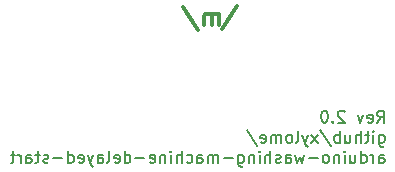
<source format=gbr>
G04 #@! TF.GenerationSoftware,KiCad,Pcbnew,(5.0.1-3-g963ef8bb5)*
G04 #@! TF.CreationDate,2019-02-13T22:27:56+01:00*
G04 #@! TF.ProjectId,main,6D61696E2E6B696361645F7063620000,rev?*
G04 #@! TF.SameCoordinates,Original*
G04 #@! TF.FileFunction,Legend,Bot*
G04 #@! TF.FilePolarity,Positive*
%FSLAX46Y46*%
G04 Gerber Fmt 4.6, Leading zero omitted, Abs format (unit mm)*
G04 Created by KiCad (PCBNEW (5.0.1-3-g963ef8bb5)) date 2019 February 13, Wednesday 22:27:56*
%MOMM*%
%LPD*%
G01*
G04 APERTURE LIST*
%ADD10C,0.300000*%
%ADD11C,0.200000*%
G04 APERTURE END LIST*
D10*
X90058571Y-101905714D02*
X88772857Y-103834285D01*
X88558571Y-103548571D02*
X88558571Y-102548571D01*
X88558571Y-102691428D02*
X88487142Y-102620000D01*
X88344285Y-102548571D01*
X88130000Y-102548571D01*
X87987142Y-102620000D01*
X87915714Y-102762857D01*
X87915714Y-103548571D01*
X87915714Y-102762857D02*
X87844285Y-102620000D01*
X87701428Y-102548571D01*
X87487142Y-102548571D01*
X87344285Y-102620000D01*
X87272857Y-102762857D01*
X87272857Y-103548571D01*
X85487142Y-101977142D02*
X86772857Y-103905714D01*
D11*
X101930476Y-111782380D02*
X102263809Y-111306190D01*
X102501904Y-111782380D02*
X102501904Y-110782380D01*
X102120952Y-110782380D01*
X102025714Y-110830000D01*
X101978095Y-110877619D01*
X101930476Y-110972857D01*
X101930476Y-111115714D01*
X101978095Y-111210952D01*
X102025714Y-111258571D01*
X102120952Y-111306190D01*
X102501904Y-111306190D01*
X101120952Y-111734761D02*
X101216190Y-111782380D01*
X101406666Y-111782380D01*
X101501904Y-111734761D01*
X101549523Y-111639523D01*
X101549523Y-111258571D01*
X101501904Y-111163333D01*
X101406666Y-111115714D01*
X101216190Y-111115714D01*
X101120952Y-111163333D01*
X101073333Y-111258571D01*
X101073333Y-111353809D01*
X101549523Y-111449047D01*
X100740000Y-111115714D02*
X100501904Y-111782380D01*
X100263809Y-111115714D01*
X99168571Y-110877619D02*
X99120952Y-110830000D01*
X99025714Y-110782380D01*
X98787619Y-110782380D01*
X98692380Y-110830000D01*
X98644761Y-110877619D01*
X98597142Y-110972857D01*
X98597142Y-111068095D01*
X98644761Y-111210952D01*
X99216190Y-111782380D01*
X98597142Y-111782380D01*
X98168571Y-111687142D02*
X98120952Y-111734761D01*
X98168571Y-111782380D01*
X98216190Y-111734761D01*
X98168571Y-111687142D01*
X98168571Y-111782380D01*
X97501904Y-110782380D02*
X97406666Y-110782380D01*
X97311428Y-110830000D01*
X97263809Y-110877619D01*
X97216190Y-110972857D01*
X97168571Y-111163333D01*
X97168571Y-111401428D01*
X97216190Y-111591904D01*
X97263809Y-111687142D01*
X97311428Y-111734761D01*
X97406666Y-111782380D01*
X97501904Y-111782380D01*
X97597142Y-111734761D01*
X97644761Y-111687142D01*
X97692380Y-111591904D01*
X97740000Y-111401428D01*
X97740000Y-111163333D01*
X97692380Y-110972857D01*
X97644761Y-110877619D01*
X97597142Y-110830000D01*
X97501904Y-110782380D01*
X102073333Y-112815714D02*
X102073333Y-113625238D01*
X102120952Y-113720476D01*
X102168571Y-113768095D01*
X102263809Y-113815714D01*
X102406666Y-113815714D01*
X102501904Y-113768095D01*
X102073333Y-113434761D02*
X102168571Y-113482380D01*
X102359047Y-113482380D01*
X102454285Y-113434761D01*
X102501904Y-113387142D01*
X102549523Y-113291904D01*
X102549523Y-113006190D01*
X102501904Y-112910952D01*
X102454285Y-112863333D01*
X102359047Y-112815714D01*
X102168571Y-112815714D01*
X102073333Y-112863333D01*
X101597142Y-113482380D02*
X101597142Y-112815714D01*
X101597142Y-112482380D02*
X101644761Y-112530000D01*
X101597142Y-112577619D01*
X101549523Y-112530000D01*
X101597142Y-112482380D01*
X101597142Y-112577619D01*
X101263809Y-112815714D02*
X100882857Y-112815714D01*
X101120952Y-112482380D02*
X101120952Y-113339523D01*
X101073333Y-113434761D01*
X100978095Y-113482380D01*
X100882857Y-113482380D01*
X100549523Y-113482380D02*
X100549523Y-112482380D01*
X100120952Y-113482380D02*
X100120952Y-112958571D01*
X100168571Y-112863333D01*
X100263809Y-112815714D01*
X100406666Y-112815714D01*
X100501904Y-112863333D01*
X100549523Y-112910952D01*
X99216190Y-112815714D02*
X99216190Y-113482380D01*
X99644761Y-112815714D02*
X99644761Y-113339523D01*
X99597142Y-113434761D01*
X99501904Y-113482380D01*
X99359047Y-113482380D01*
X99263809Y-113434761D01*
X99216190Y-113387142D01*
X98740000Y-113482380D02*
X98740000Y-112482380D01*
X98740000Y-112863333D02*
X98644761Y-112815714D01*
X98454285Y-112815714D01*
X98359047Y-112863333D01*
X98311428Y-112910952D01*
X98263809Y-113006190D01*
X98263809Y-113291904D01*
X98311428Y-113387142D01*
X98359047Y-113434761D01*
X98454285Y-113482380D01*
X98644761Y-113482380D01*
X98740000Y-113434761D01*
X97120952Y-112434761D02*
X97978095Y-113720476D01*
X96882857Y-113482380D02*
X96359047Y-112815714D01*
X96882857Y-112815714D02*
X96359047Y-113482380D01*
X96073333Y-112815714D02*
X95835238Y-113482380D01*
X95597142Y-112815714D02*
X95835238Y-113482380D01*
X95930476Y-113720476D01*
X95978095Y-113768095D01*
X96073333Y-113815714D01*
X95073333Y-113482380D02*
X95168571Y-113434761D01*
X95216190Y-113339523D01*
X95216190Y-112482380D01*
X94549523Y-113482380D02*
X94644761Y-113434761D01*
X94692380Y-113387142D01*
X94740000Y-113291904D01*
X94740000Y-113006190D01*
X94692380Y-112910952D01*
X94644761Y-112863333D01*
X94549523Y-112815714D01*
X94406666Y-112815714D01*
X94311428Y-112863333D01*
X94263809Y-112910952D01*
X94216190Y-113006190D01*
X94216190Y-113291904D01*
X94263809Y-113387142D01*
X94311428Y-113434761D01*
X94406666Y-113482380D01*
X94549523Y-113482380D01*
X93787619Y-113482380D02*
X93787619Y-112815714D01*
X93787619Y-112910952D02*
X93740000Y-112863333D01*
X93644761Y-112815714D01*
X93501904Y-112815714D01*
X93406666Y-112863333D01*
X93359047Y-112958571D01*
X93359047Y-113482380D01*
X93359047Y-112958571D02*
X93311428Y-112863333D01*
X93216190Y-112815714D01*
X93073333Y-112815714D01*
X92978095Y-112863333D01*
X92930476Y-112958571D01*
X92930476Y-113482380D01*
X92073333Y-113434761D02*
X92168571Y-113482380D01*
X92359047Y-113482380D01*
X92454285Y-113434761D01*
X92501904Y-113339523D01*
X92501904Y-112958571D01*
X92454285Y-112863333D01*
X92359047Y-112815714D01*
X92168571Y-112815714D01*
X92073333Y-112863333D01*
X92025714Y-112958571D01*
X92025714Y-113053809D01*
X92501904Y-113149047D01*
X90882857Y-112434761D02*
X91740000Y-113720476D01*
X102073333Y-115182380D02*
X102073333Y-114658571D01*
X102120952Y-114563333D01*
X102216190Y-114515714D01*
X102406666Y-114515714D01*
X102501904Y-114563333D01*
X102073333Y-115134761D02*
X102168571Y-115182380D01*
X102406666Y-115182380D01*
X102501904Y-115134761D01*
X102549523Y-115039523D01*
X102549523Y-114944285D01*
X102501904Y-114849047D01*
X102406666Y-114801428D01*
X102168571Y-114801428D01*
X102073333Y-114753809D01*
X101597142Y-115182380D02*
X101597142Y-114515714D01*
X101597142Y-114706190D02*
X101549523Y-114610952D01*
X101501904Y-114563333D01*
X101406666Y-114515714D01*
X101311428Y-114515714D01*
X100549523Y-115182380D02*
X100549523Y-114182380D01*
X100549523Y-115134761D02*
X100644761Y-115182380D01*
X100835238Y-115182380D01*
X100930476Y-115134761D01*
X100978095Y-115087142D01*
X101025714Y-114991904D01*
X101025714Y-114706190D01*
X100978095Y-114610952D01*
X100930476Y-114563333D01*
X100835238Y-114515714D01*
X100644761Y-114515714D01*
X100549523Y-114563333D01*
X99644761Y-114515714D02*
X99644761Y-115182380D01*
X100073333Y-114515714D02*
X100073333Y-115039523D01*
X100025714Y-115134761D01*
X99930476Y-115182380D01*
X99787619Y-115182380D01*
X99692380Y-115134761D01*
X99644761Y-115087142D01*
X99168571Y-115182380D02*
X99168571Y-114515714D01*
X99168571Y-114182380D02*
X99216190Y-114230000D01*
X99168571Y-114277619D01*
X99120952Y-114230000D01*
X99168571Y-114182380D01*
X99168571Y-114277619D01*
X98692380Y-114515714D02*
X98692380Y-115182380D01*
X98692380Y-114610952D02*
X98644761Y-114563333D01*
X98549523Y-114515714D01*
X98406666Y-114515714D01*
X98311428Y-114563333D01*
X98263809Y-114658571D01*
X98263809Y-115182380D01*
X97644761Y-115182380D02*
X97740000Y-115134761D01*
X97787619Y-115087142D01*
X97835238Y-114991904D01*
X97835238Y-114706190D01*
X97787619Y-114610952D01*
X97740000Y-114563333D01*
X97644761Y-114515714D01*
X97501904Y-114515714D01*
X97406666Y-114563333D01*
X97359047Y-114610952D01*
X97311428Y-114706190D01*
X97311428Y-114991904D01*
X97359047Y-115087142D01*
X97406666Y-115134761D01*
X97501904Y-115182380D01*
X97644761Y-115182380D01*
X96882857Y-114801428D02*
X96120952Y-114801428D01*
X95740000Y-114515714D02*
X95549523Y-115182380D01*
X95359047Y-114706190D01*
X95168571Y-115182380D01*
X94978095Y-114515714D01*
X94168571Y-115182380D02*
X94168571Y-114658571D01*
X94216190Y-114563333D01*
X94311428Y-114515714D01*
X94501904Y-114515714D01*
X94597142Y-114563333D01*
X94168571Y-115134761D02*
X94263809Y-115182380D01*
X94501904Y-115182380D01*
X94597142Y-115134761D01*
X94644761Y-115039523D01*
X94644761Y-114944285D01*
X94597142Y-114849047D01*
X94501904Y-114801428D01*
X94263809Y-114801428D01*
X94168571Y-114753809D01*
X93740000Y-115134761D02*
X93644761Y-115182380D01*
X93454285Y-115182380D01*
X93359047Y-115134761D01*
X93311428Y-115039523D01*
X93311428Y-114991904D01*
X93359047Y-114896666D01*
X93454285Y-114849047D01*
X93597142Y-114849047D01*
X93692380Y-114801428D01*
X93740000Y-114706190D01*
X93740000Y-114658571D01*
X93692380Y-114563333D01*
X93597142Y-114515714D01*
X93454285Y-114515714D01*
X93359047Y-114563333D01*
X92882857Y-115182380D02*
X92882857Y-114182380D01*
X92454285Y-115182380D02*
X92454285Y-114658571D01*
X92501904Y-114563333D01*
X92597142Y-114515714D01*
X92740000Y-114515714D01*
X92835238Y-114563333D01*
X92882857Y-114610952D01*
X91978095Y-115182380D02*
X91978095Y-114515714D01*
X91978095Y-114182380D02*
X92025714Y-114230000D01*
X91978095Y-114277619D01*
X91930476Y-114230000D01*
X91978095Y-114182380D01*
X91978095Y-114277619D01*
X91501904Y-114515714D02*
X91501904Y-115182380D01*
X91501904Y-114610952D02*
X91454285Y-114563333D01*
X91359047Y-114515714D01*
X91216190Y-114515714D01*
X91120952Y-114563333D01*
X91073333Y-114658571D01*
X91073333Y-115182380D01*
X90168571Y-114515714D02*
X90168571Y-115325238D01*
X90216190Y-115420476D01*
X90263809Y-115468095D01*
X90359047Y-115515714D01*
X90501904Y-115515714D01*
X90597142Y-115468095D01*
X90168571Y-115134761D02*
X90263809Y-115182380D01*
X90454285Y-115182380D01*
X90549523Y-115134761D01*
X90597142Y-115087142D01*
X90644761Y-114991904D01*
X90644761Y-114706190D01*
X90597142Y-114610952D01*
X90549523Y-114563333D01*
X90454285Y-114515714D01*
X90263809Y-114515714D01*
X90168571Y-114563333D01*
X89692380Y-114801428D02*
X88930476Y-114801428D01*
X88454285Y-115182380D02*
X88454285Y-114515714D01*
X88454285Y-114610952D02*
X88406666Y-114563333D01*
X88311428Y-114515714D01*
X88168571Y-114515714D01*
X88073333Y-114563333D01*
X88025714Y-114658571D01*
X88025714Y-115182380D01*
X88025714Y-114658571D02*
X87978095Y-114563333D01*
X87882857Y-114515714D01*
X87740000Y-114515714D01*
X87644761Y-114563333D01*
X87597142Y-114658571D01*
X87597142Y-115182380D01*
X86692380Y-115182380D02*
X86692380Y-114658571D01*
X86740000Y-114563333D01*
X86835238Y-114515714D01*
X87025714Y-114515714D01*
X87120952Y-114563333D01*
X86692380Y-115134761D02*
X86787619Y-115182380D01*
X87025714Y-115182380D01*
X87120952Y-115134761D01*
X87168571Y-115039523D01*
X87168571Y-114944285D01*
X87120952Y-114849047D01*
X87025714Y-114801428D01*
X86787619Y-114801428D01*
X86692380Y-114753809D01*
X85787619Y-115134761D02*
X85882857Y-115182380D01*
X86073333Y-115182380D01*
X86168571Y-115134761D01*
X86216190Y-115087142D01*
X86263809Y-114991904D01*
X86263809Y-114706190D01*
X86216190Y-114610952D01*
X86168571Y-114563333D01*
X86073333Y-114515714D01*
X85882857Y-114515714D01*
X85787619Y-114563333D01*
X85359047Y-115182380D02*
X85359047Y-114182380D01*
X84930476Y-115182380D02*
X84930476Y-114658571D01*
X84978095Y-114563333D01*
X85073333Y-114515714D01*
X85216190Y-114515714D01*
X85311428Y-114563333D01*
X85359047Y-114610952D01*
X84454285Y-115182380D02*
X84454285Y-114515714D01*
X84454285Y-114182380D02*
X84501904Y-114230000D01*
X84454285Y-114277619D01*
X84406666Y-114230000D01*
X84454285Y-114182380D01*
X84454285Y-114277619D01*
X83978095Y-114515714D02*
X83978095Y-115182380D01*
X83978095Y-114610952D02*
X83930476Y-114563333D01*
X83835238Y-114515714D01*
X83692380Y-114515714D01*
X83597142Y-114563333D01*
X83549523Y-114658571D01*
X83549523Y-115182380D01*
X82692380Y-115134761D02*
X82787619Y-115182380D01*
X82978095Y-115182380D01*
X83073333Y-115134761D01*
X83120952Y-115039523D01*
X83120952Y-114658571D01*
X83073333Y-114563333D01*
X82978095Y-114515714D01*
X82787619Y-114515714D01*
X82692380Y-114563333D01*
X82644761Y-114658571D01*
X82644761Y-114753809D01*
X83120952Y-114849047D01*
X82216190Y-114801428D02*
X81454285Y-114801428D01*
X80549523Y-115182380D02*
X80549523Y-114182380D01*
X80549523Y-115134761D02*
X80644761Y-115182380D01*
X80835238Y-115182380D01*
X80930476Y-115134761D01*
X80978095Y-115087142D01*
X81025714Y-114991904D01*
X81025714Y-114706190D01*
X80978095Y-114610952D01*
X80930476Y-114563333D01*
X80835238Y-114515714D01*
X80644761Y-114515714D01*
X80549523Y-114563333D01*
X79692380Y-115134761D02*
X79787619Y-115182380D01*
X79978095Y-115182380D01*
X80073333Y-115134761D01*
X80120952Y-115039523D01*
X80120952Y-114658571D01*
X80073333Y-114563333D01*
X79978095Y-114515714D01*
X79787619Y-114515714D01*
X79692380Y-114563333D01*
X79644761Y-114658571D01*
X79644761Y-114753809D01*
X80120952Y-114849047D01*
X79073333Y-115182380D02*
X79168571Y-115134761D01*
X79216190Y-115039523D01*
X79216190Y-114182380D01*
X78263809Y-115182380D02*
X78263809Y-114658571D01*
X78311428Y-114563333D01*
X78406666Y-114515714D01*
X78597142Y-114515714D01*
X78692380Y-114563333D01*
X78263809Y-115134761D02*
X78359047Y-115182380D01*
X78597142Y-115182380D01*
X78692380Y-115134761D01*
X78740000Y-115039523D01*
X78740000Y-114944285D01*
X78692380Y-114849047D01*
X78597142Y-114801428D01*
X78359047Y-114801428D01*
X78263809Y-114753809D01*
X77882857Y-114515714D02*
X77644761Y-115182380D01*
X77406666Y-114515714D02*
X77644761Y-115182380D01*
X77740000Y-115420476D01*
X77787619Y-115468095D01*
X77882857Y-115515714D01*
X76644761Y-115134761D02*
X76740000Y-115182380D01*
X76930476Y-115182380D01*
X77025714Y-115134761D01*
X77073333Y-115039523D01*
X77073333Y-114658571D01*
X77025714Y-114563333D01*
X76930476Y-114515714D01*
X76740000Y-114515714D01*
X76644761Y-114563333D01*
X76597142Y-114658571D01*
X76597142Y-114753809D01*
X77073333Y-114849047D01*
X75740000Y-115182380D02*
X75740000Y-114182380D01*
X75740000Y-115134761D02*
X75835238Y-115182380D01*
X76025714Y-115182380D01*
X76120952Y-115134761D01*
X76168571Y-115087142D01*
X76216190Y-114991904D01*
X76216190Y-114706190D01*
X76168571Y-114610952D01*
X76120952Y-114563333D01*
X76025714Y-114515714D01*
X75835238Y-114515714D01*
X75740000Y-114563333D01*
X75263809Y-114801428D02*
X74501904Y-114801428D01*
X74073333Y-115134761D02*
X73978095Y-115182380D01*
X73787619Y-115182380D01*
X73692380Y-115134761D01*
X73644761Y-115039523D01*
X73644761Y-114991904D01*
X73692380Y-114896666D01*
X73787619Y-114849047D01*
X73930476Y-114849047D01*
X74025714Y-114801428D01*
X74073333Y-114706190D01*
X74073333Y-114658571D01*
X74025714Y-114563333D01*
X73930476Y-114515714D01*
X73787619Y-114515714D01*
X73692380Y-114563333D01*
X73359047Y-114515714D02*
X72978095Y-114515714D01*
X73216190Y-114182380D02*
X73216190Y-115039523D01*
X73168571Y-115134761D01*
X73073333Y-115182380D01*
X72978095Y-115182380D01*
X72216190Y-115182380D02*
X72216190Y-114658571D01*
X72263809Y-114563333D01*
X72359047Y-114515714D01*
X72549523Y-114515714D01*
X72644761Y-114563333D01*
X72216190Y-115134761D02*
X72311428Y-115182380D01*
X72549523Y-115182380D01*
X72644761Y-115134761D01*
X72692380Y-115039523D01*
X72692380Y-114944285D01*
X72644761Y-114849047D01*
X72549523Y-114801428D01*
X72311428Y-114801428D01*
X72216190Y-114753809D01*
X71740000Y-115182380D02*
X71740000Y-114515714D01*
X71740000Y-114706190D02*
X71692380Y-114610952D01*
X71644761Y-114563333D01*
X71549523Y-114515714D01*
X71454285Y-114515714D01*
X71263809Y-114515714D02*
X70882857Y-114515714D01*
X71120952Y-114182380D02*
X71120952Y-115039523D01*
X71073333Y-115134761D01*
X70978095Y-115182380D01*
X70882857Y-115182380D01*
M02*

</source>
